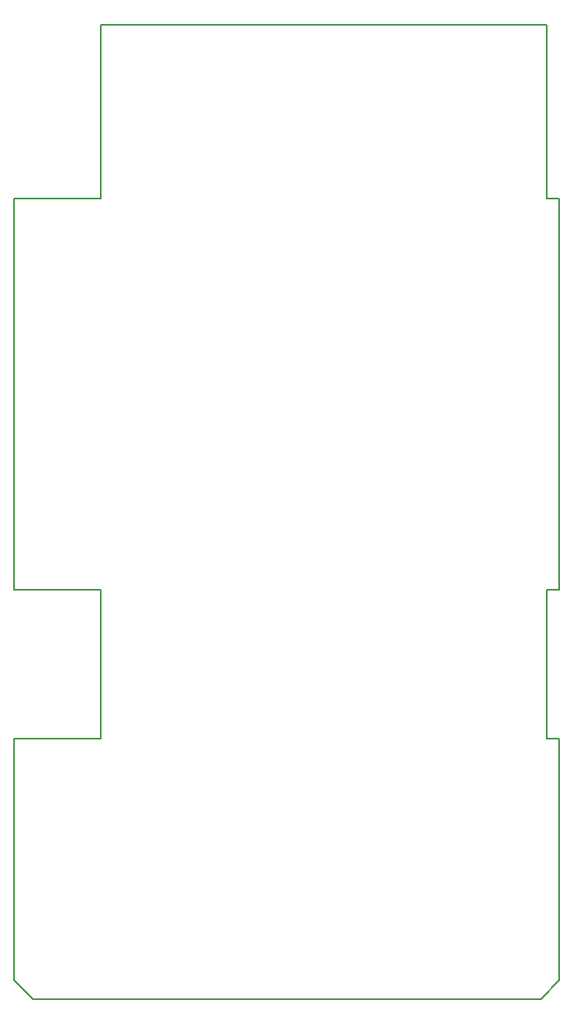
<source format=gm1>
G04 #@! TF.GenerationSoftware,KiCad,Pcbnew,6.0.4+dfsg-1+b1*
G04 #@! TF.CreationDate,2022-05-03T02:32:59+03:00*
G04 #@! TF.ProjectId,yatabaza-keyboard,79617461-6261-47a6-912d-6b6579626f61,rev?*
G04 #@! TF.SameCoordinates,Original*
G04 #@! TF.FileFunction,Profile,NP*
%FSLAX46Y46*%
G04 Gerber Fmt 4.6, Leading zero omitted, Abs format (unit mm)*
G04 Created by KiCad (PCBNEW 6.0.4+dfsg-1+b1) date 2022-05-03 02:32:59*
%MOMM*%
%LPD*%
G01*
G04 APERTURE LIST*
G04 #@! TA.AperFunction,Profile*
%ADD10C,0.150000*%
G04 #@! TD*
G04 APERTURE END LIST*
D10*
X74930000Y-38100000D02*
X76200000Y-38100000D01*
X76200000Y-78105000D01*
X74930000Y-78105000D01*
X74930000Y-93345000D01*
X76200000Y-93345000D01*
X76200000Y-118110000D01*
X74295000Y-120015000D01*
X22225000Y-120015000D01*
X20320000Y-118110000D01*
X20320000Y-93345000D01*
X29210000Y-93345000D01*
X29210000Y-78105000D01*
X20320000Y-78105000D01*
X20320000Y-38100000D01*
X29210000Y-38100000D01*
X29210000Y-20320000D01*
X74930000Y-20320000D01*
X74930000Y-38100000D01*
M02*

</source>
